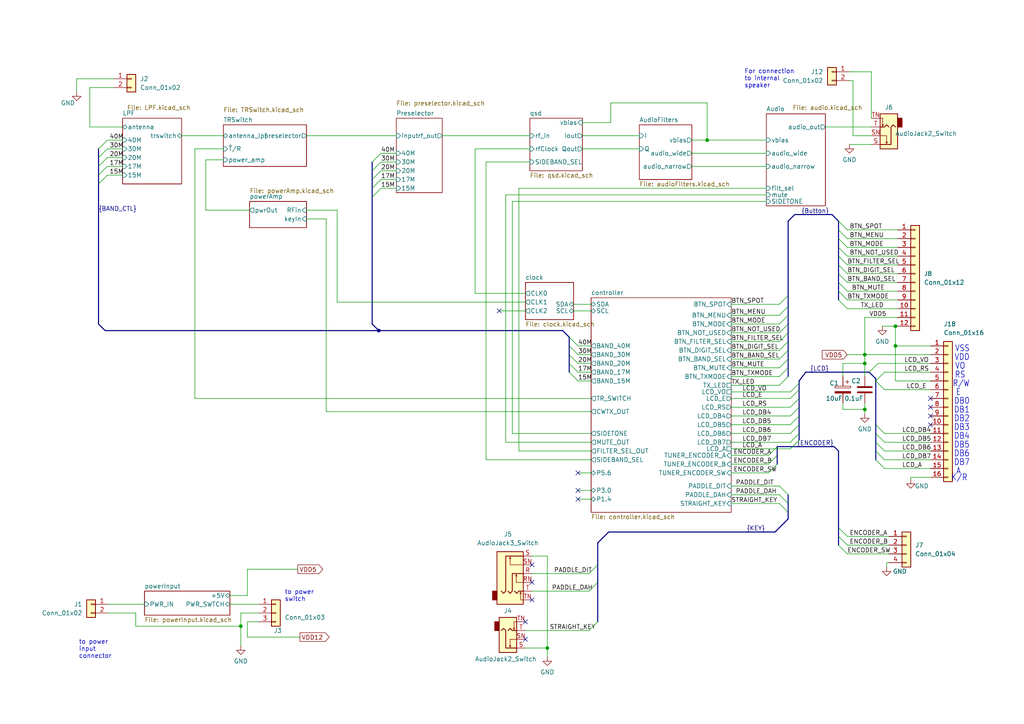
<source format=kicad_sch>
(kicad_sch (version 20230121) (generator eeschema)
  (paper "A4")
  (lib_symbols
    (symbol "Connector_Audio:AudioJack2_Switch"
      (property "Reference" "J" (at 0 11.43 0))
      (property "Value" "AudioJack2_Switch" (at 0 8.89 0))
      (symbol "AudioJack2_Switch_0_1"
        (rectangle (start -2.54 0) (end -3.81 -2.54) (stroke (width 0.254)) (fill (type outline)))
        (rectangle (start 2.54 6.35) (end -2.54 -3.81) (stroke (width 0.254)) (fill (type background)))
      )
      (symbol "AudioJack2_Switch_1_1"
        (polyline (pts (xy 0.635 4.826) (xy 0.889 4.318)))
        (polyline (pts (xy 1.778 -0.254) (xy 2.032 -0.762)))
        (polyline (pts (xy 0 0) (xy 0.635 -0.635) (xy 1.27 0) (xy 2.54 0)) (stroke (width 0.254)))
        (polyline (pts (xy 2.54 -2.54) (xy 1.778 -2.54) (xy 1.778 -0.254) (xy 1.524 -0.762)))
        (polyline (pts (xy 2.54 2.54) (xy 0.635 2.54) (xy 0.635 4.826) (xy 0.381 4.318)))
        (polyline (pts (xy 2.54 5.08) (xy -0.635 5.08) (xy -0.635 0) (xy -1.27 -0.635) (xy -1.905 0)) (stroke (width 0.254)))
        (pin passive line (at 5.08 5.08 180) (length 2.54) (name "~") (number "S"))
        (pin passive line (at 5.08 2.54 180) (length 2.54) (name "~") (number "SN"))
        (pin passive line (at 5.08 0 180) (length 2.54) (name "~") (number "T"))
        (pin passive line (at 5.08 -2.54 180) (length 2.54) (name "~") (number "TN"))
      )
    )
    (symbol "Connector_Audio:AudioJack3_Switch"
      (property "Reference" "J" (at 0 11.43 0))
      (property "Value" "AudioJack3_Switch" (at 0 8.89 0))
      (symbol "AudioJack3_Switch_0_1"
        (rectangle (start -5.08 -5.08) (end -6.35 -7.62) (stroke (width 0.254)) (fill (type outline)))
        (polyline (pts (xy -1.27 4.826) (xy -1.016 4.318)))
        (polyline (pts (xy 0.508 -0.254) (xy 0.762 -0.762)))
        (polyline (pts (xy 1.778 -5.334) (xy 2.032 -5.842)))
        (polyline (pts (xy 0 -5.08) (xy 0.635 -5.715) (xy 1.27 -5.08) (xy 2.54 -5.08)) (stroke (width 0.254)))
        (polyline (pts (xy 2.54 -7.62) (xy 1.778 -7.62) (xy 1.778 -5.334) (xy 1.524 -5.842)))
        (polyline (pts (xy 2.54 -2.54) (xy 0.508 -2.54) (xy 0.508 -0.254) (xy 0.254 -0.762)))
        (polyline (pts (xy 2.54 2.54) (xy -1.27 2.54) (xy -1.27 4.826) (xy -1.524 4.318)))
        (polyline (pts (xy -1.905 -5.08) (xy -1.27 -5.715) (xy -0.635 -5.08) (xy -0.635 0) (xy 2.54 0)) (stroke (width 0.254)))
        (polyline (pts (xy 2.54 5.08) (xy -2.54 5.08) (xy -2.54 -5.08) (xy -3.175 -5.715) (xy -3.81 -5.08)) (stroke (width 0.254)))
        (rectangle (start 2.54 6.35) (end -5.08 -8.89) (stroke (width 0.254)) (fill (type background)))
      )
      (symbol "AudioJack3_Switch_1_1"
        (pin passive line (at 5.08 0 180) (length 2.54) (name "~") (number "R"))
        (pin passive line (at 5.08 -2.54 180) (length 2.54) (name "~") (number "RN"))
        (pin passive line (at 5.08 5.08 180) (length 2.54) (name "~") (number "S"))
        (pin passive line (at 5.08 2.54 180) (length 2.54) (name "~") (number "SN"))
        (pin passive line (at 5.08 -5.08 180) (length 2.54) (name "~") (number "T"))
        (pin passive line (at 5.08 -7.62 180) (length 2.54) (name "~") (number "TN"))
      )
    )
    (symbol "Connector_Generic:Conn_01x02" (pin_names (offset 1.016) hide)
      (property "Reference" "J" (at 0 2.54 0))
      (property "Value" "Conn_01x02" (at 0 -5.08 0))
      (symbol "Conn_01x02_1_1"
        (rectangle (start -1.27 -2.413) (end 0 -2.667) (stroke (width 0.1524)))
        (rectangle (start -1.27 0.127) (end 0 -0.127) (stroke (width 0.1524)))
        (rectangle (start -1.27 1.27) (end 1.27 -3.81) (stroke (width 0.254)) (fill (type background)))
        (pin passive line (at -5.08 0 0) (length 3.81) (name "Pin_1") (number "1"))
        (pin passive line (at -5.08 -2.54 0) (length 3.81) (name "Pin_2") (number "2"))
      )
    )
    (symbol "Connector_Generic:Conn_01x03" (pin_names (offset 1.016) hide)
      (property "Reference" "J" (at 0 5.08 0))
      (property "Value" "Conn_01x03" (at 0 -5.08 0))
      (symbol "Conn_01x03_1_1"
        (rectangle (start -1.27 -2.413) (end 0 -2.667) (stroke (width 0.1524)))
        (rectangle (start -1.27 0.127) (end 0 -0.127) (stroke (width 0.1524)))
        (rectangle (start -1.27 2.667) (end 0 2.413) (stroke (width 0.1524)))
        (rectangle (start -1.27 3.81) (end 1.27 -3.81) (stroke (width 0.254)) (fill (type background)))
        (pin passive line (at -5.08 2.54 0) (length 3.81) (name "Pin_1") (number "1"))
        (pin passive line (at -5.08 0 0) (length 3.81) (name "Pin_2") (number "2"))
        (pin passive line (at -5.08 -2.54 0) (length 3.81) (name "Pin_3") (number "3"))
      )
    )
    (symbol "Connector_Generic:Conn_01x04" (pin_names (offset 1.016) hide)
      (property "Reference" "J" (at 0 5.08 0))
      (property "Value" "Conn_01x04" (at 0 -7.62 0))
      (symbol "Conn_01x04_1_1"
        (rectangle (start -1.27 -4.953) (end 0 -5.207) (stroke (width 0.1524)))
        (rectangle (start -1.27 -2.413) (end 0 -2.667) (stroke (width 0.1524)))
        (rectangle (start -1.27 0.127) (end 0 -0.127) (stroke (width 0.1524)))
        (rectangle (start -1.27 2.667) (end 0 2.413) (stroke (width 0.1524)))
        (rectangle (start -1.27 3.81) (end 1.27 -6.35) (stroke (width 0.254)) (fill (type background)))
        (pin passive line (at -5.08 2.54 0) (length 3.81) (name "Pin_1") (number "1"))
        (pin passive line (at -5.08 0 0) (length 3.81) (name "Pin_2") (number "2"))
        (pin passive line (at -5.08 -2.54 0) (length 3.81) (name "Pin_3") (number "3"))
        (pin passive line (at -5.08 -5.08 0) (length 3.81) (name "Pin_4") (number "4"))
      )
    )
    (symbol "Connector_Generic:Conn_01x12" (pin_names (offset 1.016) hide)
      (property "Reference" "J" (at 0 15.24 0))
      (property "Value" "Conn_01x12" (at 0 -17.78 0))
      (symbol "Conn_01x12_1_1"
        (rectangle (start -1.27 -15.113) (end 0 -15.367) (stroke (width 0.1524)))
        (rectangle (start -1.27 -12.573) (end 0 -12.827) (stroke (width 0.1524)))
        (rectangle (start -1.27 -10.033) (end 0 -10.287) (stroke (width 0.1524)))
        (rectangle (start -1.27 -7.493) (end 0 -7.747) (stroke (width 0.1524)))
        (rectangle (start -1.27 -4.953) (end 0 -5.207) (stroke (width 0.1524)))
        (rectangle (start -1.27 -2.413) (end 0 -2.667) (stroke (width 0.1524)))
        (rectangle (start -1.27 0.127) (end 0 -0.127) (stroke (width 0.1524)))
        (rectangle (start -1.27 2.667) (end 0 2.413) (stroke (width 0.1524)))
        (rectangle (start -1.27 5.207) (end 0 4.953) (stroke (width 0.1524)))
        (rectangle (start -1.27 7.747) (end 0 7.493) (stroke (width 0.1524)))
        (rectangle (start -1.27 10.287) (end 0 10.033) (stroke (width 0.1524)))
        (rectangle (start -1.27 12.827) (end 0 12.573) (stroke (width 0.1524)))
        (rectangle (start -1.27 13.97) (end 1.27 -16.51) (stroke (width 0.254)) (fill (type background)))
        (pin passive line (at -5.08 12.7 0) (length 3.81) (name "Pin_1") (number "1"))
        (pin passive line (at -5.08 -10.16 0) (length 3.81) (name "Pin_10") (number "10"))
        (pin passive line (at -5.08 -12.7 0) (length 3.81) (name "Pin_11") (number "11"))
        (pin passive line (at -5.08 -15.24 0) (length 3.81) (name "Pin_12") (number "12"))
        (pin passive line (at -5.08 10.16 0) (length 3.81) (name "Pin_2") (number "2"))
        (pin passive line (at -5.08 7.62 0) (length 3.81) (name "Pin_3") (number "3"))
        (pin passive line (at -5.08 5.08 0) (length 3.81) (name "Pin_4") (number "4"))
        (pin passive line (at -5.08 2.54 0) (length 3.81) (name "Pin_5") (number "5"))
        (pin passive line (at -5.08 0 0) (length 3.81) (name "Pin_6") (number "6"))
        (pin passive line (at -5.08 -2.54 0) (length 3.81) (name "Pin_7") (number "7"))
        (pin passive line (at -5.08 -5.08 0) (length 3.81) (name "Pin_8") (number "8"))
        (pin passive line (at -5.08 -7.62 0) (length 3.81) (name "Pin_9") (number "9"))
      )
    )
    (symbol "Connector_Generic:Conn_01x16" (pin_names (offset 1.016) hide)
      (property "Reference" "J" (at 0 20.32 0))
      (property "Value" "Conn_01x16" (at 0 -22.86 0))
      (symbol "Conn_01x16_1_1"
        (rectangle (start -1.27 -20.193) (end 0 -20.447) (stroke (width 0.1524)))
        (rectangle (start -1.27 -17.653) (end 0 -17.907) (stroke (width 0.1524)))
        (rectangle (start -1.27 -15.113) (end 0 -15.367) (stroke (width 0.1524)))
        (rectangle (start -1.27 -12.573) (end 0 -12.827) (stroke (width 0.1524)))
        (rectangle (start -1.27 -10.033) (end 0 -10.287) (stroke (width 0.1524)))
        (rectangle (start -1.27 -7.493) (end 0 -7.747) (stroke (width 0.1524)))
        (rectangle (start -1.27 -4.953) (end 0 -5.207) (stroke (width 0.1524)))
        (rectangle (start -1.27 -2.413) (end 0 -2.667) (stroke (width 0.1524)))
        (rectangle (start -1.27 0.127) (end 0 -0.127) (stroke (width 0.1524)))
        (rectangle (start -1.27 2.667) (end 0 2.413) (stroke (width 0.1524)))
        (rectangle (start -1.27 5.207) (end 0 4.953) (stroke (width 0.1524)))
        (rectangle (start -1.27 7.747) (end 0 7.493) (stroke (width 0.1524)))
        (rectangle (start -1.27 10.287) (end 0 10.033) (stroke (width 0.1524)))
        (rectangle (start -1.27 12.827) (end 0 12.573) (stroke (width 0.1524)))
        (rectangle (start -1.27 15.367) (end 0 15.113) (stroke (width 0.1524)))
        (rectangle (start -1.27 17.907) (end 0 17.653) (stroke (width 0.1524)))
        (rectangle (start -1.27 19.05) (end 1.27 -21.59) (stroke (width 0.254)) (fill (type background)))
        (pin passive line (at -5.08 17.78 0) (length 3.81) (name "Pin_1") (number "1"))
        (pin passive line (at -5.08 -5.08 0) (length 3.81) (name "Pin_10") (number "10"))
        (pin passive line (at -5.08 -7.62 0) (length 3.81) (name "Pin_11") (number "11"))
        (pin passive line (at -5.08 -10.16 0) (length 3.81) (name "Pin_12") (number "12"))
        (pin passive line (at -5.08 -12.7 0) (length 3.81) (name "Pin_13") (number "13"))
        (pin passive line (at -5.08 -15.24 0) (length 3.81) (name "Pin_14") (number "14"))
        (pin passive line (at -5.08 -17.78 0) (length 3.81) (name "Pin_15") (number "15"))
        (pin passive line (at -5.08 -20.32 0) (length 3.81) (name "Pin_16") (number "16"))
        (pin passive line (at -5.08 15.24 0) (length 3.81) (name "Pin_2") (number "2"))
        (pin passive line (at -5.08 12.7 0) (length 3.81) (name "Pin_3") (number "3"))
        (pin passive line (at -5.08 10.16 0) (length 3.81) (name "Pin_4") (number "4"))
        (pin passive line (at -5.08 7.62 0) (length 3.81) (name "Pin_5") (number "5"))
        (pin passive line (at -5.08 5.08 0) (length 3.81) (name "Pin_6") (number "6"))
        (pin passive line (at -5.08 2.54 0) (length 3.81) (name "Pin_7") (number "7"))
        (pin passive line (at -5.08 0 0) (length 3.81) (name "Pin_8") (number "8"))
        (pin passive line (at -5.08 -2.54 0) (length 3.81) (name "Pin_9") (number "9"))
      )
    )
    (symbol "Device:C" (pin_numbers hide) (pin_names (offset 0.254))
      (property "Reference" "C" (at 0.635 2.54 0))
      (property "Value" "C" (at 0.635 -2.54 0))
      (symbol "C_0_1"
        (polyline (pts (xy -2.032 -0.762) (xy 2.032 -0.762)) (stroke (width 0.508)))
        (polyline (pts (xy -2.032 0.762) (xy 2.032 0.762)) (stroke (width 0.508)))
      )
      (symbol "C_1_1"
        (pin passive line (at 0 3.81 270) (length 2.794) (name "~") (number "1"))
        (pin passive line (at 0 -3.81 90) (length 2.794) (name "~") (number "2"))
      )
    )
    (symbol "Device:C_Polarized" (pin_numbers hide) (pin_names (offset 0.254))
      (property "Reference" "C" (at 0.635 2.54 0))
      (property "Value" "C_Polarized" (at 0.635 -2.54 0))
      (symbol "C_Polarized_0_1"
        (rectangle (start -2.286 0.508) (end 2.286 1.016))
        (polyline (pts (xy -1.778 2.286) (xy -0.762 2.286)))
        (polyline (pts (xy -1.27 2.794) (xy -1.27 1.778)))
        (rectangle (start 2.286 -0.508) (end -2.286 -1.016) (fill (type outline)))
      )
      (symbol "C_Polarized_1_1"
        (pin passive line (at 0 3.81 270) (length 2.794) (name "~") (number "1"))
        (pin passive line (at 0 -3.81 90) (length 2.794) (name "~") (number "2"))
      )
    )
    (symbol "power:GND" (power) (pin_names (offset 0))
      (property "Value" "GND" (at 0 -3.81 0))
      (symbol "GND_0_1"
        (polyline (pts (xy 0 0) (xy 0 -1.27) (xy 1.27 -1.27) (xy 0 -2.54) (xy -1.27 -1.27) (xy 0 -1.27)))
      )
      (symbol "GND_1_1"
        (pin power_in line (at 0 0 270) (length 0) hide (name "GND") (number "1"))
      )
    )
  )
  (bus_alias "BAND_CTL" (members "40M" "30M" "20M" "17M" "15M"))
  (bus_alias "Button" (members "BTN_SPOT" "BTN_MENU" "BTN_TUNE" "BTN_MODE" "BTN_FILTER_SEL" "BTN_DIGIT_SEL" "BTN_BAND_SEL" "BTN_MUTE" "BTN_TXMODE" "TX_LED"))
  (bus_alias "ENCODER" (members "ENCODER_A" "ENCODER_B" "ENCODER_SW"))
  (bus_alias "KEY" (members "PADDLE_DIT" "PADDLE_DAH" "STRAIGHT_KEY"))
  (bus_alias "LCD" (members "LCD_E" "LCD_RS" "LCD_DB4" "LCD_DB5" "LCD_DB6" "LCD_DB7" "LCD_A" "LCD_VO"))
  (junction (at 259.715 100.33))
  (junction (at 250.825 102.87))
  (junction (at 259.715 94.615))
  (junction (at 158.75 187.96))
  (junction (at 205.105 40.64))
  (junction (at 69.85 181.61))
  (junction (at 250.825 118.745))
  (junction (at 109.855 95.885))
  (junction (at 250.825 105.41))
  (no_connect (at 167.64 137.16))
  (no_connect (at 167.64 142.24))
  (no_connect (at 152.4 180.34))
  (no_connect (at 152.4 185.42))
  (no_connect (at 269.875 115.57))
  (no_connect (at 269.875 123.19))
  (no_connect (at 154.305 163.83))
  (no_connect (at 269.875 120.65))
  (no_connect (at 144.78 90.17))
  (no_connect (at 154.305 168.91))
  (no_connect (at 167.64 144.78))
  (no_connect (at 269.875 118.11))
  (no_connect (at 154.305 173.99))
  (bus_entry (at 243.205 153.035) (size 2.54 2.54))
  (bus_entry (at 243.205 64.135) (size 2.54 2.54))
  (bus_entry (at 173.355 180.34) (size -2.54 2.54))
  (bus_entry (at 243.205 81.915) (size 2.54 2.54))
  (bus_entry (at 107.95 54.61) (size 2.54 -2.54))
  (bus_entry (at 231.775 120.65) (size -2.54 2.54))
  (bus_entry (at 28.575 48.26) (size 2.54 -2.54))
  (bus_entry (at 231.775 115.57) (size -2.54 2.54))
  (bus_entry (at 231.775 118.11) (size -2.54 2.54))
  (bus_entry (at 107.95 52.07) (size 2.54 -2.54))
  (bus_entry (at 243.205 158.115) (size 2.54 2.54))
  (bus_entry (at 231.775 125.73) (size -2.54 2.54))
  (bus_entry (at 254 133.35) (size 2.54 2.54))
  (bus_entry (at 254 128.27) (size 2.54 2.54))
  (bus_entry (at 107.95 49.53) (size 2.54 -2.54))
  (bus_entry (at 243.205 66.675) (size 2.54 2.54))
  (bus_entry (at 173.355 163.83) (size -2.54 2.54))
  (bus_entry (at 165.1 100.33) (size 2.54 2.54))
  (bus_entry (at 254 125.73) (size 2.54 2.54))
  (bus_entry (at 228.6 101.6) (size -2.54 2.54))
  (bus_entry (at 254 110.49) (size 2.54 2.54))
  (bus_entry (at 107.95 57.15) (size 2.54 -2.54))
  (bus_entry (at 228.6 85.725) (size -2.54 2.54))
  (bus_entry (at 243.205 84.455) (size 2.54 2.54))
  (bus_entry (at 107.95 46.99) (size 2.54 -2.54))
  (bus_entry (at 231.775 123.19) (size -2.54 2.54))
  (bus_entry (at 243.205 76.835) (size 2.54 2.54))
  (bus_entry (at 252.095 107.95) (size 2.54 -2.54))
  (bus_entry (at 228.6 93.98) (size -2.54 2.54))
  (bus_entry (at 243.205 79.375) (size 2.54 2.54))
  (bus_entry (at 225.425 134.62) (size -2.54 2.54))
  (bus_entry (at 173.355 168.91) (size -2.54 2.54))
  (bus_entry (at 254 123.19) (size 2.54 2.54))
  (bus_entry (at 228.6 106.68) (size -2.54 2.54))
  (bus_entry (at 28.575 50.8) (size 2.54 -2.54))
  (bus_entry (at 254 110.49) (size 2.54 -2.54))
  (bus_entry (at 225.425 132.08) (size -2.54 2.54))
  (bus_entry (at 228.6 109.22) (size -2.54 2.54))
  (bus_entry (at 243.205 71.755) (size 2.54 2.54))
  (bus_entry (at 228.6 148.59) (size -2.54 -2.54))
  (bus_entry (at 228.6 143.51) (size -2.54 -2.54))
  (bus_entry (at 231.775 111.125) (size -2.54 2.54))
  (bus_entry (at 228.6 99.06) (size -2.54 2.54))
  (bus_entry (at 243.205 74.295) (size 2.54 2.54))
  (bus_entry (at 228.6 146.05) (size -2.54 -2.54))
  (bus_entry (at 165.1 105.41) (size 2.54 2.54))
  (bus_entry (at 254 130.81) (size 2.54 2.54))
  (bus_entry (at 165.1 107.95) (size 2.54 2.54))
  (bus_entry (at 165.1 102.87) (size 2.54 2.54))
  (bus_entry (at 225.425 129.54) (size -2.54 2.54))
  (bus_entry (at 231.775 113.03) (size -2.54 2.54))
  (bus_entry (at 243.205 69.215) (size 2.54 2.54))
  (bus_entry (at 28.575 53.34) (size 2.54 -2.54))
  (bus_entry (at 28.575 43.18) (size 2.54 -2.54))
  (bus_entry (at 243.205 155.575) (size 2.54 2.54))
  (bus_entry (at 231.775 127.635) (size -2.54 2.54))
  (bus_entry (at 228.6 91.44) (size -2.54 2.54))
  (bus_entry (at 228.6 104.14) (size -2.54 2.54))
  (bus_entry (at 243.205 86.995) (size 2.54 2.54))
  (bus_entry (at 165.1 97.79) (size 2.54 2.54))
  (bus_entry (at 228.6 88.9) (size -2.54 2.54))
  (bus_entry (at 28.575 45.72) (size 2.54 -2.54))
  (bus_entry (at 228.6 96.52) (size -2.54 2.54))
  (bus (pts (xy 165.1 97.79) (xy 163.195 95.885)))
  (bus (pts (xy 243.205 81.915) (xy 243.205 84.455)))
  (wire (pts (xy 168.91 43.18) (xy 185.42 43.18)))
  (bus (pts (xy 176.53 154.305) (xy 173.355 157.48)))
  (wire (pts (xy 250.825 102.87) (xy 250.825 105.41)))
  (wire (pts (xy 158.75 161.29) (xy 158.75 187.96)))
  (bus (pts (xy 231.775 118.11) (xy 231.775 120.65)))
  (wire (pts (xy 69.85 181.61) (xy 69.85 187.325)))
  (bus (pts (xy 231.775 123.19) (xy 231.775 125.73)))
  (wire (pts (xy 33.02 22.86) (xy 22.225 22.86)))
  (wire (pts (xy 226.06 106.68) (xy 212.09 106.68)))
  (wire (pts (xy 250.825 92.075) (xy 250.825 102.87)))
  (bus (pts (xy 228.6 143.51) (xy 228.6 146.05)))
  (wire (pts (xy 166.37 90.17) (xy 171.45 90.17)))
  (wire (pts (xy 33.02 25.4) (xy 26.035 25.4)))
  (bus (pts (xy 228.6 88.9) (xy 228.6 85.725)))
  (wire (pts (xy 226.06 111.76) (xy 212.09 111.76)))
  (wire (pts (xy 171.45 133.35) (xy 140.97 133.35)))
  (wire (pts (xy 250.825 105.41) (xy 250.825 109.22)))
  (bus (pts (xy 254 110.49) (xy 254 109.855)))
  (wire (pts (xy 226.06 140.97) (xy 212.09 140.97)))
  (wire (pts (xy 171.45 128.27) (xy 146.685 128.27)))
  (wire (pts (xy 212.09 123.19) (xy 229.235 123.19)))
  (wire (pts (xy 110.49 46.99) (xy 114.935 46.99)))
  (bus (pts (xy 228.6 150.495) (xy 224.79 154.305)))
  (wire (pts (xy 150.495 130.81) (xy 150.495 54.61)))
  (wire (pts (xy 245.745 66.675) (xy 260.35 66.675)))
  (wire (pts (xy 71.755 184.785) (xy 86.995 184.785)))
  (wire (pts (xy 205.105 29.845) (xy 205.105 40.64)))
  (bus (pts (xy 231.775 110.49) (xy 233.68 107.95)))
  (wire (pts (xy 244.475 109.22) (xy 244.475 105.41)))
  (wire (pts (xy 245.745 79.375) (xy 260.35 79.375)))
  (wire (pts (xy 245.745 86.995) (xy 260.35 86.995)))
  (wire (pts (xy 256.54 125.73) (xy 269.875 125.73)))
  (wire (pts (xy 31.115 45.72) (xy 35.56 45.72)))
  (wire (pts (xy 256.54 133.35) (xy 269.875 133.35)))
  (bus (pts (xy 228.6 93.98) (xy 228.6 91.44)))
  (wire (pts (xy 66.675 175.26) (xy 74.93 175.26)))
  (bus (pts (xy 165.1 100.33) (xy 165.1 102.87)))
  (wire (pts (xy 200.66 48.26) (xy 222.25 48.26)))
  (wire (pts (xy 171.45 119.38) (xy 94.615 119.38)))
  (bus (pts (xy 243.205 64.135) (xy 243.205 66.675)))
  (wire (pts (xy 171.45 130.81) (xy 150.495 130.81)))
  (wire (pts (xy 146.685 56.515) (xy 222.25 56.515)))
  (wire (pts (xy 167.64 110.49) (xy 171.45 110.49)))
  (wire (pts (xy 167.64 107.95) (xy 171.45 107.95)))
  (wire (pts (xy 245.745 89.535) (xy 260.35 89.535)))
  (wire (pts (xy 152.4 87.63) (xy 97.79 87.63)))
  (bus (pts (xy 254 125.73) (xy 254 128.27)))
  (wire (pts (xy 177.165 35.56) (xy 177.165 29.845)))
  (wire (pts (xy 39.37 177.8) (xy 39.37 181.61)))
  (bus (pts (xy 165.1 102.87) (xy 165.1 105.41)))
  (wire (pts (xy 167.64 142.24) (xy 171.45 142.24)))
  (wire (pts (xy 110.49 49.53) (xy 114.935 49.53)))
  (wire (pts (xy 200.66 44.45) (xy 222.25 44.45)))
  (wire (pts (xy 250.825 102.87) (xy 269.875 102.87)))
  (wire (pts (xy 97.79 60.96) (xy 88.9 60.96)))
  (wire (pts (xy 171.45 144.78) (xy 167.64 144.78)))
  (wire (pts (xy 110.49 52.07) (xy 114.935 52.07)))
  (wire (pts (xy 171.45 125.73) (xy 148.59 125.73)))
  (wire (pts (xy 140.97 46.99) (xy 153.67 46.99)))
  (wire (pts (xy 259.715 110.49) (xy 269.875 110.49)))
  (wire (pts (xy 26.035 25.4) (xy 26.035 36.83)))
  (wire (pts (xy 244.475 118.745) (xy 250.825 118.745)))
  (bus (pts (xy 28.575 50.8) (xy 28.575 53.34)))
  (bus (pts (xy 107.95 49.53) (xy 107.95 52.07)))
  (wire (pts (xy 252.73 20.828) (xy 252.73 34.29)))
  (bus (pts (xy 243.205 71.755) (xy 243.205 74.295)))
  (bus (pts (xy 243.205 84.455) (xy 243.205 86.995)))
  (wire (pts (xy 146.685 128.27) (xy 146.685 56.515)))
  (wire (pts (xy 71.755 180.34) (xy 71.755 184.785)))
  (wire (pts (xy 260.35 92.075) (xy 250.825 92.075)))
  (wire (pts (xy 254.635 105.41) (xy 269.875 105.41)))
  (wire (pts (xy 150.495 54.61) (xy 222.25 54.61)))
  (wire (pts (xy 264.16 138.43) (xy 269.875 138.43)))
  (wire (pts (xy 269.875 100.33) (xy 259.715 100.33)))
  (wire (pts (xy 245.745 102.87) (xy 250.825 102.87)))
  (bus (pts (xy 225.425 129.54) (xy 225.425 132.08)))
  (bus (pts (xy 228.6 101.6) (xy 228.6 99.06)))
  (wire (pts (xy 247.396 39.37) (xy 247.396 23.368)))
  (wire (pts (xy 167.64 102.87) (xy 171.45 102.87)))
  (wire (pts (xy 212.09 134.62) (xy 222.885 134.62)))
  (bus (pts (xy 230.505 62.23) (xy 241.3 62.23)))
  (wire (pts (xy 212.09 137.16) (xy 222.885 137.16)))
  (wire (pts (xy 31.115 43.18) (xy 35.56 43.18)))
  (wire (pts (xy 152.4 85.09) (xy 137.795 85.09)))
  (wire (pts (xy 74.93 180.34) (xy 71.755 180.34)))
  (bus (pts (xy 231.775 125.73) (xy 231.775 127.635)))
  (bus (pts (xy 243.205 76.835) (xy 243.205 79.375)))
  (wire (pts (xy 59.69 46.355) (xy 64.77 46.355)))
  (bus (pts (xy 228.6 91.44) (xy 228.6 88.9)))
  (bus (pts (xy 107.95 52.07) (xy 107.95 54.61)))
  (wire (pts (xy 52.705 39.37) (xy 64.77 39.37)))
  (wire (pts (xy 256.54 113.03) (xy 269.875 113.03)))
  (wire (pts (xy 252.73 39.37) (xy 247.396 39.37)))
  (wire (pts (xy 256.54 128.27) (xy 269.875 128.27)))
  (wire (pts (xy 245.745 158.115) (xy 257.81 158.115)))
  (wire (pts (xy 154.305 171.45) (xy 170.815 171.45)))
  (wire (pts (xy 26.035 36.83) (xy 35.56 36.83)))
  (wire (pts (xy 31.115 40.64) (xy 35.56 40.64)))
  (wire (pts (xy 264.16 139.065) (xy 264.16 138.43)))
  (wire (pts (xy 229.235 130.175) (xy 212.09 130.175)))
  (wire (pts (xy 137.795 43.18) (xy 153.67 43.18)))
  (wire (pts (xy 257.81 163.195) (xy 257.175 163.195)))
  (wire (pts (xy 152.4 182.88) (xy 170.815 182.88)))
  (wire (pts (xy 245.745 84.455) (xy 260.35 84.455)))
  (bus (pts (xy 30.48 95.885) (xy 28.575 93.98)))
  (wire (pts (xy 212.09 128.27) (xy 229.235 128.27)))
  (wire (pts (xy 39.37 181.61) (xy 69.85 181.61)))
  (bus (pts (xy 243.205 74.295) (xy 243.205 76.835)))
  (bus (pts (xy 225.425 129.54) (xy 241.935 129.54)))
  (bus (pts (xy 254 128.27) (xy 254 130.81)))
  (wire (pts (xy 246.38 41.91) (xy 252.73 41.91)))
  (bus (pts (xy 228.6 148.59) (xy 228.6 150.495)))
  (bus (pts (xy 165.1 97.79) (xy 165.1 100.33)))
  (wire (pts (xy 128.27 39.37) (xy 153.67 39.37)))
  (bus (pts (xy 228.6 64.135) (xy 228.6 85.725)))
  (wire (pts (xy 168.91 39.37) (xy 185.42 39.37)))
  (wire (pts (xy 137.795 85.09) (xy 137.795 43.18)))
  (wire (pts (xy 71.755 172.72) (xy 71.755 165.1)))
  (bus (pts (xy 230.505 62.23) (xy 228.6 64.135)))
  (wire (pts (xy 31.496 175.26) (xy 41.91 175.26)))
  (wire (pts (xy 256.54 135.89) (xy 269.875 135.89)))
  (wire (pts (xy 246.38 20.828) (xy 252.73 20.828)))
  (wire (pts (xy 226.06 88.265) (xy 212.09 88.265)))
  (wire (pts (xy 244.475 116.84) (xy 244.475 118.745)))
  (bus (pts (xy 28.575 53.34) (xy 28.575 93.98)))
  (bus (pts (xy 228.6 104.14) (xy 228.6 101.6)))
  (wire (pts (xy 72.39 60.96) (xy 59.69 60.96)))
  (wire (pts (xy 154.305 166.37) (xy 170.815 166.37)))
  (wire (pts (xy 212.09 132.08) (xy 222.885 132.08)))
  (bus (pts (xy 173.355 168.91) (xy 173.355 180.34)))
  (wire (pts (xy 247.396 23.368) (xy 246.38 23.368)))
  (wire (pts (xy 148.59 125.73) (xy 148.59 58.42)))
  (bus (pts (xy 241.3 62.23) (xy 243.205 64.135)))
  (bus (pts (xy 228.6 109.22) (xy 228.6 106.68)))
  (wire (pts (xy 166.37 88.265) (xy 171.45 88.265)))
  (wire (pts (xy 226.06 146.05) (xy 212.09 146.05)))
  (wire (pts (xy 226.06 91.44) (xy 212.09 91.44)))
  (wire (pts (xy 245.745 74.295) (xy 260.35 74.295)))
  (wire (pts (xy 212.09 120.65) (xy 229.235 120.65)))
  (wire (pts (xy 140.97 133.35) (xy 140.97 46.99)))
  (wire (pts (xy 31.496 177.8) (xy 39.37 177.8)))
  (wire (pts (xy 255.905 94.615) (xy 259.715 94.615)))
  (wire (pts (xy 200.66 40.64) (xy 205.105 40.64)))
  (bus (pts (xy 173.355 157.48) (xy 173.355 163.83)))
  (bus (pts (xy 243.205 66.675) (xy 243.205 69.215)))
  (wire (pts (xy 205.105 40.64) (xy 222.25 40.64)))
  (wire (pts (xy 245.745 81.915) (xy 260.35 81.915)))
  (wire (pts (xy 212.09 125.73) (xy 229.235 125.73)))
  (bus (pts (xy 231.775 120.65) (xy 231.775 123.19)))
  (wire (pts (xy 226.06 109.22) (xy 212.09 109.22)))
  (bus (pts (xy 243.205 158.115) (xy 243.205 155.575)))
  (bus (pts (xy 228.6 99.06) (xy 228.6 96.52)))
  (wire (pts (xy 244.475 105.41) (xy 250.825 105.41)))
  (wire (pts (xy 226.06 99.06) (xy 212.09 99.06)))
  (bus (pts (xy 254 109.855) (xy 252.095 107.95)))
  (bus (pts (xy 107.95 57.15) (xy 107.95 93.98)))
  (wire (pts (xy 144.78 90.17) (xy 152.4 90.17)))
  (wire (pts (xy 152.4 187.96) (xy 158.75 187.96)))
  (wire (pts (xy 31.115 50.8) (xy 35.56 50.8)))
  (wire (pts (xy 158.75 187.96) (xy 158.75 190.5)))
  (bus (pts (xy 233.68 107.95) (xy 252.095 107.95)))
  (wire (pts (xy 167.64 105.41) (xy 171.45 105.41)))
  (bus (pts (xy 28.575 45.72) (xy 28.575 48.26)))
  (wire (pts (xy 260.35 94.615) (xy 259.715 94.615)))
  (wire (pts (xy 110.49 44.45) (xy 114.935 44.45)))
  (wire (pts (xy 212.09 143.51) (xy 226.06 143.51)))
  (bus (pts (xy 231.775 115.57) (xy 231.775 118.11)))
  (bus (pts (xy 163.195 95.885) (xy 109.855 95.885)))
  (bus (pts (xy 231.775 111.125) (xy 231.775 113.03)))
  (bus (pts (xy 224.79 154.305) (xy 176.53 154.305)))
  (wire (pts (xy 212.09 101.6) (xy 226.06 101.6)))
  (bus (pts (xy 28.575 43.18) (xy 28.575 45.72)))
  (wire (pts (xy 226.06 96.52) (xy 212.09 96.52)))
  (wire (pts (xy 212.09 113.665) (xy 229.235 113.665)))
  (wire (pts (xy 250.825 116.84) (xy 250.825 118.745)))
  (bus (pts (xy 173.355 163.83) (xy 173.355 168.91)))
  (wire (pts (xy 66.675 172.72) (xy 71.755 172.72)))
  (wire (pts (xy 250.825 118.745) (xy 250.825 120.015)))
  (wire (pts (xy 71.755 165.1) (xy 86.36 165.1)))
  (wire (pts (xy 110.49 54.61) (xy 114.935 54.61)))
  (wire (pts (xy 239.395 36.83) (xy 252.73 36.83)))
  (wire (pts (xy 167.64 137.16) (xy 171.45 137.16)))
  (wire (pts (xy 88.9 39.37) (xy 114.935 39.37)))
  (wire (pts (xy 245.745 76.835) (xy 260.35 76.835)))
  (wire (pts (xy 212.09 93.98) (xy 226.06 93.98)))
  (wire (pts (xy 259.715 94.615) (xy 259.715 100.33)))
  (bus (pts (xy 243.205 153.035) (xy 243.205 130.81)))
  (wire (pts (xy 56.515 115.57) (xy 56.515 43.18)))
  (bus (pts (xy 243.205 69.215) (xy 243.205 71.755)))
  (wire (pts (xy 245.745 160.655) (xy 257.81 160.655)))
  (bus (pts (xy 107.95 46.99) (xy 107.95 49.53)))
  (wire (pts (xy 245.745 69.215) (xy 260.35 69.215)))
  (wire (pts (xy 256.54 130.81) (xy 269.875 130.81)))
  (wire (pts (xy 245.745 155.575) (xy 257.81 155.575)))
  (bus (pts (xy 107.95 54.61) (xy 107.95 57.15)))
  (wire (pts (xy 212.09 115.57) (xy 229.235 115.57)))
  (bus (pts (xy 228.6 106.68) (xy 228.6 104.14)))
  (bus (pts (xy 165.1 105.41) (xy 165.1 107.95)))
  (bus (pts (xy 228.6 96.52) (xy 228.6 93.98)))
  (wire (pts (xy 94.615 119.38) (xy 94.615 63.5)))
  (wire (pts (xy 74.93 177.8) (xy 69.85 177.8)))
  (wire (pts (xy 226.06 104.14) (xy 212.09 104.14)))
  (bus (pts (xy 254 123.19) (xy 254 125.73)))
  (wire (pts (xy 22.225 22.86) (xy 22.225 26.67)))
  (bus (pts (xy 28.575 48.26) (xy 28.575 50.8)))
  (wire (pts (xy 148.59 58.42) (xy 222.25 58.42)))
  (bus (pts (xy 254 110.49) (xy 254 123.19)))
  (bus (pts (xy 109.855 95.885) (xy 107.95 93.98)))
  (wire (pts (xy 245.745 71.755) (xy 260.35 71.755)))
  (wire (pts (xy 94.615 63.5) (xy 88.9 63.5)))
  (bus (pts (xy 30.48 95.885) (xy 109.855 95.885)))
  (bus (pts (xy 243.205 79.375) (xy 243.205 81.915)))
  (wire (pts (xy 167.64 100.33) (xy 171.45 100.33)))
  (bus (pts (xy 243.205 155.575) (xy 243.205 153.035)))
  (bus (pts (xy 231.775 110.49) (xy 231.775 111.125)))
  (wire (pts (xy 56.515 43.18) (xy 64.77 43.18)))
  (wire (pts (xy 259.715 100.33) (xy 259.715 110.49)))
  (bus (pts (xy 243.205 130.81) (xy 241.935 129.54)))
  (wire (pts (xy 171.45 115.57) (xy 56.515 115.57)))
  (wire (pts (xy 59.69 60.96) (xy 59.69 46.355)))
  (wire (pts (xy 69.85 177.8) (xy 69.85 181.61)))
  (bus (pts (xy 228.6 146.05) (xy 228.6 148.59)))
  (wire (pts (xy 168.91 35.56) (xy 177.165 35.56)))
  (wire (pts (xy 256.54 107.95) (xy 269.875 107.95)))
  (bus (pts (xy 231.775 113.03) (xy 231.775 115.57)))
  (bus (pts (xy 254 130.81) (xy 254 133.35)))
  (wire (pts (xy 257.175 163.195) (xy 257.175 164.465)))
  (wire (pts (xy 31.115 48.26) (xy 35.56 48.26)))
  (wire (pts (xy 97.79 87.63) (xy 97.79 60.96)))
  (wire (pts (xy 212.09 118.11) (xy 229.235 118.11)))
  (bus (pts (xy 225.425 132.08) (xy 225.425 134.62)))
  (wire (pts (xy 154.305 161.29) (xy 158.75 161.29)))
  (wire (pts (xy 177.165 29.845) (xy 205.105 29.845)))
  (text "DB4" (at 281.305 127.635 0) (effects (font (size 1.778 1.5113)) (justify right bottom)))
  (text "DB5" (at 281.305 130.175 0) (effects (font (size 1.778 1.5113)) (justify right bottom)))
  (text "DB1" (at 281.305 120.015 0) (effects (font (size 1.778 1.5113)) (justify right bottom)))
  (text "DB0" (at 281.305 117.475 0) (effects (font (size 1.778 1.5113)) (justify right bottom)))
  (text "RS" (at 280.035 109.855 0) (effects (font (size 1.778 1.5113)) (justify right bottom)))
  (text "DB3" (at 281.305 125.095 0) (effects (font (size 1.778 1.5113)) (justify right bottom)))
  (text "A" (at 278.765 137.795 0) (effects (font (size 1.778 1.5113)) (justify right bottom)))
  (text "R/W" (at 281.305 112.395 0) (effects (font (size 1.778 1.5113)) (justify right bottom)))
  (text "E" (at 278.765 114.935 0) (effects (font (size 1.778 1.5113)) (justify right bottom)))
  (text "For connection\nto internal\nspeaker" (at 215.9 25.654 0) (effects (font (size 1.27 1.27)) (justify left bottom)))
  (text "DB2" (at 281.305 122.555 0) (effects (font (size 1.778 1.5113)) (justify right bottom)))
  (text "DB6" (at 281.305 132.715 0) (effects (font (size 1.778 1.5113)) (justify right bottom)))
  (text "VDD" (at 281.305 104.775 0) (effects (font (size 1.778 1.5113)) (justify right bottom)))
  (text "DB7" (at 281.305 135.255 0) (effects (font (size 1.778 1.5113)) (justify right bottom)))
  (text "to power\ninput\nconnector" (at 22.86 191.135 0) (effects (font (size 1.27 1.27)) (justify left bottom)))
  (text "to power\nswitch" (at 82.55 174.625 0) (effects (font (size 1.27 1.27)) (justify left bottom)))
  (text "K/R" (at 280.67 139.7 0) (effects (font (size 1.778 1.5113)) (justify right bottom)))
  (text "VO" (at 280.035 107.315 0) (effects (font (size 1.778 1.5113)) (justify right bottom)))
  (text "VSS" (at 281.305 102.235 0) (effects (font (size 1.778 1.5113)) (justify right bottom)))
  (label "BTN_DIGIT_SEL" (at 245.745 79.375 0))
  (label "STRAIGHT_KEY" (at 159.385 182.88 0))
  (label "BTN_SPOT" (at 246.38 66.675 0))
  (label "BTN_TXMODE" (at 212.09 109.22 0))
  (label "{Button}" (at 232.41 62.23 0))
  (label "BTN_DIGIT_SEL" (at 212.09 101.6 0))
  (label "PADDLE_DAH" (at 213.36 143.51 0))
  (label "17M" (at 167.64 107.95 0))
  (label "{LCD}" (at 234.95 107.95 0))
  (label "BTN_MODE" (at 246.38 71.755 0))
  (label "LCD_VO" (at 215.265 113.665 0))
  (label "TX_LED" (at 249.555 89.535 0))
  (label "BTN_MUTE" (at 212.09 106.68 0))
  (label "LCD_DB6" (at 215.265 125.73 0))
  (label "LCD_DB4" (at 261.62 125.73 0))
  (label "ENCODER_B" (at 212.725 134.62 0))
  (label "20M" (at 31.75 45.72 0))
  (label "LCD_DB6" (at 261.62 130.81 0))
  (label "BTN_TXMODE" (at 245.745 86.995 0))
  (label "LCD_DB7" (at 215.265 128.27 0))
  (label "ENCODER_A" (at 212.725 132.08 0))
  (label "30M" (at 167.64 102.87 0))
  (label "BTN_BAND_SEL" (at 212.09 104.14 0))
  (label "BTN_MUTE" (at 247.015 84.455 0))
  (label "LCD_DB4" (at 215.265 120.65 0))
  (label "TX_LED" (at 212.09 111.76 0))
  (label "LCD_RS" (at 215.265 118.11 0))
  (label "BTN_MENU" (at 246.38 69.215 0))
  (label "LCD_DB5" (at 215.265 123.19 0))
  (label "BTN_NOT_USED" (at 246.38 74.295 0))
  (label "30M" (at 110.49 46.99 0))
  (label "{KEY}" (at 216.535 154.305 0))
  (label "{ENCODER}" (at 231.14 129.54 0))
  (label "BTN_SPOT" (at 212.09 88.265 0))
  (label "STRAIGHT_KEY" (at 212.09 146.05 0))
  (label "BTN_FILTER_SEL" (at 212.09 99.06 0))
  (label "BTN_MENU" (at 212.09 91.44 0))
  (label "LCD_DB7" (at 261.62 133.35 0))
  (label "17M" (at 31.75 48.26 0))
  (label "15M" (at 31.75 50.8 0))
  (label "BTN_FILTER_SEL" (at 245.745 76.835 0))
  (label "VDD5" (at 252.095 92.075 0))
  (label "LCD_A" (at 261.62 135.89 0))
  (label "40M" (at 110.49 44.45 0))
  (label "17M" (at 110.49 52.07 0))
  (label "BTN_BAND_SEL" (at 245.745 81.915 0))
  (label "20M" (at 167.64 105.41 0))
  (label "LCD_E" (at 215.265 115.57 0))
  (label "PADDLE_DIT" (at 160.655 166.37 0))
  (label "ENCODER_A" (at 246.38 155.575 0))
  (label "PADDLE_DIT" (at 213.36 140.97 0))
  (label "ENCODER_SW" (at 212.725 137.16 0))
  (label "40M" (at 167.64 100.33 0))
  (label "LCD_RS" (at 262.255 107.95 0))
  (label "LCD_VO" (at 262.255 105.41 0))
  (label "15M" (at 167.64 110.49 0))
  (label "40M" (at 31.75 40.64 0))
  (label "LCD_A" (at 215.265 130.175 0))
  (label "LCD_E" (at 262.89 113.03 0))
  (label "BTN_MODE" (at 212.09 93.98 0))
  (label "ENCODER_SW" (at 245.745 160.655 0))
  (label "PADDLE_DAH" (at 160.02 171.45 0))
  (label "15M" (at 110.49 54.61 0))
  (label "20M" (at 110.49 49.53 0))
  (label "ENCODER_B" (at 246.38 158.115 0))
  (label "LCD_DB5" (at 261.62 128.27 0))
  (label "BTN_NOT_USED" (at 212.09 96.52 0))
  (label "30M" (at 31.75 43.18 0))
  (label "{BAND_CTL}" (at 28.575 61.595 0))
  (global_label "VDD12" (shape output) (at 86.995 184.785 0) (property "Intersheetrefs" "${INTERSHEET_REFS}" (at 95.4863 184.785 0) (effects (justify left))))
  (global_label "VDD5" (shape input) (at 245.745 102.87 180) (property "Intersheetrefs" "${INTERSHEET_REFS}" (at 238.2426 102.87 0) (effects (justify right))))
  (global_label "VDD5" (shape output) (at 86.36 165.1 0) (property "Intersheetrefs" "${INTERSHEET_REFS}" (at 93.8624 165.1 0) (effects (justify left))))
  (symbol (lib_id "Connector_Audio:AudioJack3_Switch") (at 149.225 166.37 0) (unit 1)
    (property "Reference" "J5" (at 147.32 154.94 0))
    (property "Value" "AudioJack3_Switch" (at 147.32 157.48 0))
    (property "Footprint" "Connector_Audio:Jack_6.35mm_Neutrik_NMJ6HFD2_Horizontal" (effects hide))
    (property "Mouser Part Number" "550-20301" (effects hide))
  )
  (symbol (lib_id "power:GND") (at 255.905 94.615 0) (unit 1)
    (property "Reference" "#PWR06" (effects hide))
    (property "Value" "GND" (at 255.905 99.06 0))
  )
  (symbol (lib_id "power:GND") (at 69.85 187.325 0) (unit 1)
    (property "Reference" "#PWR02" (effects hide))
    (property "Value" "GND" (at 69.85 191.77 0))
  )
  (symbol (lib_id "Connector_Audio:AudioJack2_Switch") (at 257.81 36.83 180) (unit 1)
    (property "Reference" "J6" (at 257.81 31.115 0))
    (property "Value" "AudioJack2_Switch" (at 268.605 38.735 0))
    (property "Footprint" "Connector_Audio:Jack_6.35mm_Neutrik_NMJ4HFD3_Horizontal" (effects hide))
    (property "Mouser Part Number" "568-NMJ4HFD3" (effects hide))
  )
  (symbol (lib_id "Connector_Generic:Conn_01x12") (at 265.43 79.375 0) (unit 1)
    (property "Reference" "J8" (at 267.97 79.375 0) (effects (justify left)))
    (property "Value" "Conn_01x12" (at 267.97 81.915 0) (effects (justify left)))
    (property "Footprint" "Connector_PinHeader_2.54mm:PinHeader_1x12_P2.54mm_Vertical" (effects hide))
  )
  (symbol (lib_id "power:GND") (at 264.16 139.065 0) (unit 1)
    (property "Reference" "#PWR08" (effects hide))
    (property "Value" "GND" (at 267.335 140.97 0))
  )
  (symbol (lib_id "Connector_Audio:AudioJack2_Switch") (at 147.32 182.88 0) (mirror x) (unit 1)
    (property "Reference" "J4" (at 147.32 177.165 0))
    (property "Value" "AudioJack2_Switch" (at 146.685 191.135 0))
    (property "Footprint" "Connector_Audio:Jack_6.35mm_Neutrik_NMJ4HFD3_Horizontal" (effects hide))
    (property "Mouser Part Number" "568-NMJ4HFD3" (effects hide))
  )
  (symbol (lib_id "Connector_Generic:Conn_01x04") (at 262.89 158.115 0) (unit 1)
    (property "Reference" "J7" (at 265.43 158.115 0) (effects (justify left)))
    (property "Value" "Conn_01x04" (at 265.43 160.655 0) (effects (justify left)))
    (property "Footprint" "Connector_PinHeader_2.54mm:PinHeader_1x04_P2.54mm_Vertical" (effects hide))
  )
  (symbol (lib_id "power:GND") (at 257.175 164.465 0) (unit 1)
    (property "Reference" "#PWR07" (effects hide))
    (property "Value" "GND" (at 260.985 165.735 0))
  )
  (symbol (lib_id "power:GND") (at 250.825 120.015 0) (unit 1)
    (property "Reference" "#PWR05" (effects hide))
    (property "Value" "GND" (at 250.825 124.46 0))
  )
  (symbol (lib_id "Connector_Generic:Conn_01x16") (at 274.955 118.11 0) (unit 1)
    (property "Reference" "J18" (at 273.685 93.98 0) (effects (justify left)))
    (property "Value" "Conn_01x16" (at 273.685 96.52 0) (effects (justify left)))
    (property "Footprint" "Connector_PinHeader_2.54mm:PinHeader_1x16_P2.54mm_Vertical" (effects hide))
  )
  (symbol (lib_id "power:GND") (at 22.225 26.67 0) (unit 1)
    (property "Reference" "#PWR01" (effects hide))
    (property "Value" "GND" (at 19.685 29.845 0))
  )
  (symbol (lib_id "Device:C_Polarized") (at 244.475 113.03 0) (mirror y) (unit 1)
    (property "Reference" "C1" (at 241.935 111.125 0))
    (property "Value" "10uF" (at 241.935 115.57 0))
    (property "Footprint" "Capacitor_THT:CP_Radial_D5.0mm_P2.00mm" (effects hide))
  )
  (symbol (lib_id "power:GND") (at 246.38 41.91 0) (unit 1)
    (property "Reference" "#PWR04" (effects hide))
    (property "Value" "GND" (at 246.38 46.355 0))
  )
  (symbol (lib_id "Device:C") (at 250.825 113.03 0) (mirror y) (unit 1)
    (property "Reference" "C2" (at 248.285 110.49 0))
    (property "Value" "0.1uF" (at 247.65 115.57 0))
    (property "Footprint" "Capacitor_SMD:C_0603_1608Metric_Pad1.08x0.95mm_HandSolder" (effects hide))
  )
  (symbol (lib_id "Connector_Generic:Conn_01x02") (at 38.1 22.86 0) (unit 1)
    (property "Reference" "J2" (at 40.64 22.86 0) (effects (justify left)))
    (property "Value" "Conn_01x02" (at 40.64 25.4 0) (effects (justify left)))
    (property "Footprint" "Connector_PinHeader_2.54mm:PinHeader_1x02_P2.54mm_Vertical" (effects hide))
  )
  (symbol (lib_id "Connector_Generic:Conn_01x03") (at 80.01 177.8 0) (unit 1)
    (property "Reference" "J3" (at 79.375 182.88 0) (effects (justify left)))
    (property "Value" "Conn_01x03" (at 82.55 179.0699 0) (effects (justify left)))
    (property "Footprint" "Connector_Wire:SolderWire-0.75sqmm_1x03_P4.8mm_D1.25mm_OD2.3mm" (effects hide))
  )
  (symbol (lib_id "Connector_Generic:Conn_01x02") (at 26.416 175.26 0) (mirror y) (unit 1)
    (property "Reference" "J1" (at 23.876 175.26 0) (effects (justify left)))
    (property "Value" "Conn_01x02" (at 23.876 177.8 0) (effects (justify left)))
    (property "Footprint" "Connector_PinHeader_2.54mm:PinHeader_1x02_P2.54mm_Vertical" (effects hide))
  )
  (symbol (lib_id "power:GND") (at 158.75 190.5 0) (unit 1)
    (property "Reference" "#PWR03" (effects hide))
    (property "Value" "GND" (at 158.75 194.945 0))
  )
  (symbol (lib_id "Connector_Generic:Conn_01x02") (at 241.3 20.828 0) (mirror y) (unit 1)
    (property "Reference" "J12" (at 238.76 20.828 0) (effects (justify left)))
    (property "Value" "Conn_01x02" (at 238.76 23.368 0) (effects (justify left)))
    (property "Footprint" "Connector_PinHeader_2.54mm:PinHeader_1x02_P2.54mm_Vertical" (effects hide))
  )
  (sheet (at 64.77 36.195) (size 24.13 12.065) (stroke (width 0.1524))
    (property "Sheetname" "TRSwitch" (at 64.77 35.4834 0) (effects (justify left bottom)))
    (property "Sheetfile" "TRSwitch.kicad_sch" (at 64.77 31.115 0) (effects (justify left top)))
    (pin "antenna_lpf" bidirectional (at 64.77 39.37 180))
    (pin "power_amp" input (at 64.77 46.355 180))
    (pin "preselector" output (at 88.9 39.37 0))
    (pin "~{T}{slash}R" input (at 64.77 43.18 180))
  )
  (sheet (at 152.4 81.915) (size 13.97 10.795) (stroke (width 0.1524))
    (property "Sheetname" "clock" (at 152.4 81.2034 0) (effects (justify left bottom)))
    (property "Sheetfile" "clock.kicad_sch" (at 152.4 93.2946 0) (effects (justify left top)))
    (pin "SDA" bidirectional (at 166.37 88.265 0))
    (pin "SCL" bidirectional (at 166.37 90.17 0))
    (pin "CLK0" output (at 152.4 85.09 180))
    (pin "CLK1" output (at 152.4 87.63 180))
    (pin "CLK2" output (at 152.4 90.17 180))
  )
  (sheet (at 114.935 34.29) (size 13.335 21.59) (stroke (width 0.1524))
    (property "Sheetname" "Preselector" (at 114.935 33.5784 0) (effects (justify left bottom)))
    (property "Sheetfile" "preselector.kicad_sch" (at 114.935 29.21 0) (effects (justify left top)))
    (pin "40M" input (at 114.935 44.45 180))
    (pin "30M" input (at 114.935 46.99 180))
    (pin "20M" input (at 114.935 49.53 180))
    (pin "17M" input (at 114.935 52.07 180))
    (pin "15M" input (at 114.935 54.61 180))
    (pin "rf_out" output (at 128.27 39.37 0))
    (pin "input" input (at 114.935 39.37 180))
  )
  (sheet (at 41.91 171.45) (size 24.765 6.985) (stroke (width 0.1524))
    (property "Sheetname" "powerInput" (at 41.91 170.7384 0) (effects (justify left bottom)))
    (property "Sheetfile" "powerInput.kicad_sch" (at 41.91 179.0196 0) (effects (justify left top)))
    (pin "PWR_IN" input (at 41.91 175.26 180))
    (pin "PWR_SWTCH" bidirectional (at 66.675 175.26 0))
    (pin "+5V" bidirectional (at 66.675 172.72 0))
  )
  (sheet (at 35.56 34.29) (size 17.145 19.05) (stroke (width 0.1524))
    (property "Sheetname" "LPF" (at 35.56 33.5784 0) (effects (justify left bottom)))
    (property "Sheetfile" "LPF.kicad_sch" (at 36.83 30.48 0) (effects (justify left top)))
    (pin "40M" input (at 35.56 40.64 180))
    (pin "30M" input (at 35.56 43.18 180))
    (pin "20M" input (at 35.56 45.72 180))
    (pin "trswitch" bidirectional (at 52.705 39.37 0))
    (pin "antenna" bidirectional (at 35.56 36.83 180))
    (pin "17M" input (at 35.56 48.26 180))
    (pin "15M" input (at 35.56 50.8 180))
  )
  (sheet (at 171.45 86.36) (size 40.64 62.23) (stroke (width 0.1524))
    (property "Sheetname" "controller" (at 171.45 85.6484 0) (effects (justify left bottom)))
    (property "Sheetfile" "controller.kicad_sch" (at 171.45 149.1746 0) (effects (justify left top)))
    (pin "BTN_SPOT" input (at 212.09 88.265 0))
    (pin "BTN_MENU" input (at 212.09 91.44 0))
    (pin "PADDLE_DIT" input (at 212.09 140.97 0))
    (pin "STRAIGHT_KEY" input (at 212.09 146.05 0))
    (pin "PADDLE_DAH" input (at 212.09 143.51 0))
    (pin "BAND_17M" output (at 171.45 107.95 180))
    (pin "BAND_15M" output (at 171.45 110.49 180))
    (pin "TR_SWITCH" output (at 171.45 115.57 180))
    (pin "CWTX_OUT" output (at 171.45 119.38 180))
    (pin "BAND_20M" output (at 171.45 105.41 180))
    (pin "BAND_40M" output (at 171.45 100.33 180))
    (pin "MUTE_OUT" output (at 171.45 128.27 180))
    (pin "BAND_30M" output (at 171.45 102.87 180))
    (pin "BTN_FILTER_SEL" input (at 212.09 99.06 0))
    (pin "BTN_DIGIT_SEL" input (at 212.09 101.6 0))
    (pin "BTN_BAND_SEL" input (at 212.09 104.14 0))
    (pin "SIDETONE" output (at 171.45 125.73 180))
    (pin "SDA" bidirectional (at 171.45 88.265 180))
    (pin "SCL" bidirectional (at 171.45 90.17 180))
    (pin "LCD_DB7" output (at 212.09 128.27 0))
    (pin "FILTER_SEL_OUT" output (at 171.45 130.81 180))
    (pin "LCD_DB6" output (at 212.09 125.73 0))
    (pin "LCD_DB4" output (at 212.09 120.65 0))
    (pin "LCD_RS" output (at 212.09 118.11 0))
    (pin "LCD_E" output (at 212.09 115.57 0))
    (pin "LCD_DB5" output (at 212.09 123.19 0))
    (pin "TX_LED" passive (at 212.09 111.76 0))
    (pin "TUNER_ENCODER_A" input (at 212.09 132.08 0))
    (pin "P5.6" bidirectional (at 171.45 137.16 180))
    (pin "SIDEBAND_SEL" output (at 171.45 133.35 180))
    (pin "TUNER_ENCODER_SW" input (at 212.09 137.16 0))
    (pin "TUNER_ENCODER_B" input (at 212.09 134.62 0))
    (pin "P3.0" bidirectional (at 171.45 142.24 180))
    (pin "BTN_MUTE" input (at 212.09 106.68 0))
    (pin "BTN_TXMODE" input (at 212.09 109.22 0))
    (pin "P1.4" bidirectional (at 171.45 144.78 180))
    (pin "LCD_A" passive (at 212.09 130.175 0))
    (pin "LCD_VO" passive (at 212.09 113.665 0))
    (pin "BTN_NOT_USED" input (at 212.09 96.52 0))
    (pin "BTN_MODE" input (at 212.09 93.98 0))
  )
  (sheet (at 222.25 33.02) (size 17.145 26.67) (stroke (width 0.1524))
    (property "Sheetname" "Audio" (at 222.25 32.3084 0) (effects (justify left bottom)))
    (property "Sheetfile" "audio.kicad_sch" (at 229.87 30.48 0) (effects (justify left top)))
    (pin "audio_narrow" input (at 222.25 48.26 180))
    (pin "audio_wide" input (at 222.25 44.45 180))
    (pin "vbias" input (at 222.25 40.64 180))
    (pin "filt_sel" input (at 222.25 54.61 180))
    (pin "mute" input (at 222.25 56.515 180))
    (pin "SIDETONE" input (at 222.25 58.42 180))
    (pin "audio_out" output (at 239.395 36.83 0))
  )
  (sheet (at 153.67 34.29) (size 15.24 15.24) (stroke (width 0.1524))
    (property "Sheetname" "qsd" (at 153.67 33.5784 0) (effects (justify left bottom)))
    (property "Sheetfile" "qsd.kicad_sch" (at 153.67 50.1146 0) (effects (justify left top)))
    (pin "Qout" output (at 168.91 43.18 0))
    (pin "Iout" output (at 168.91 39.37 0))
    (pin "rf_in" input (at 153.67 39.37 180))
    (pin "SIDEBAND_SEL" input (at 153.67 46.99 180))
    (pin "rfClock" input (at 153.67 43.18 180))
    (pin "vbias" input (at 168.91 35.56 0))
  )
  (sheet (at 72.39 58.42) (size 16.51 7.62) (stroke (width 0.1524))
    (property "Sheetname" "powerAmp" (at 72.39 57.7084 0) (effects (justify left bottom)))
    (property "Sheetfile" "powerAmp.kicad_sch" (at 72.39 54.61 0) (effects (justify left top)))
    (pin "pwrOut" output (at 72.39 60.96 180))
    (pin "RFin" input (at 88.9 60.96 0))
    (pin "keyIn" input (at 88.9 63.5 0))
  )
  (sheet (at 185.42 36.195) (size 15.24 15.875) (stroke (width 0.1524))
    (property "Sheetname" "AudioFilters" (at 185.42 35.4834 0) (effects (justify left bottom)))
    (property "Sheetfile" "audioFilters.kicad_sch" (at 185.42 52.6546 0) (effects (justify left top)))
    (pin "I" input (at 185.42 39.37 180))
    (pin "Q" input (at 185.42 43.18 180))
    (pin "vbias" output (at 200.66 40.64 0))
    (pin "audio_wide" output (at 200.66 44.45 0))
    (pin "audio_narrow" output (at 200.66 48.26 0))
  )
)
</source>
